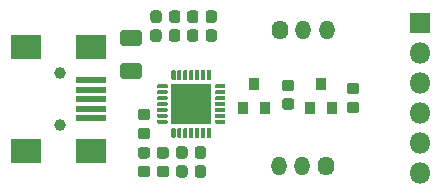
<source format=gbr>
G04 #@! TF.GenerationSoftware,KiCad,Pcbnew,(5.1.6)-1*
G04 #@! TF.CreationDate,2021-04-01T10:41:09+07:00*
G04 #@! TF.ProjectId,esp-avr-usb-converter,6573702d-6176-4722-9d75-73622d636f6e,rev?*
G04 #@! TF.SameCoordinates,Original*
G04 #@! TF.FileFunction,Soldermask,Top*
G04 #@! TF.FilePolarity,Negative*
%FSLAX46Y46*%
G04 Gerber Fmt 4.6, Leading zero omitted, Abs format (unit mm)*
G04 Created by KiCad (PCBNEW (5.1.6)-1) date 2021-04-01 10:41:09*
%MOMM*%
%LPD*%
G01*
G04 APERTURE LIST*
%ADD10R,2.600000X2.100000*%
%ADD11R,2.600000X0.600000*%
%ADD12C,1.000000*%
%ADD13R,1.800000X1.800000*%
%ADD14O,1.800000X1.800000*%
%ADD15R,0.900000X1.000000*%
%ADD16O,1.300000X1.624000*%
%ADD17O,1.400000X1.624000*%
%ADD18R,3.450000X3.450000*%
G04 APERTURE END LIST*
G04 #@! TO.C,C3*
G36*
G01*
X139981250Y-87412500D02*
X139418750Y-87412500D01*
G75*
G02*
X139175000Y-87168750I0J243750D01*
G01*
X139175000Y-86681250D01*
G75*
G02*
X139418750Y-86437500I243750J0D01*
G01*
X139981250Y-86437500D01*
G75*
G02*
X140225000Y-86681250I0J-243750D01*
G01*
X140225000Y-87168750D01*
G75*
G02*
X139981250Y-87412500I-243750J0D01*
G01*
G37*
G36*
G01*
X139981250Y-88987500D02*
X139418750Y-88987500D01*
G75*
G02*
X139175000Y-88743750I0J243750D01*
G01*
X139175000Y-88256250D01*
G75*
G02*
X139418750Y-88012500I243750J0D01*
G01*
X139981250Y-88012500D01*
G75*
G02*
X140225000Y-88256250I0J-243750D01*
G01*
X140225000Y-88743750D01*
G75*
G02*
X139981250Y-88987500I-243750J0D01*
G01*
G37*
G04 #@! TD*
G04 #@! TO.C,C4*
G36*
G01*
X127218750Y-92137500D02*
X127781250Y-92137500D01*
G75*
G02*
X128025000Y-92381250I0J-243750D01*
G01*
X128025000Y-92868750D01*
G75*
G02*
X127781250Y-93112500I-243750J0D01*
G01*
X127218750Y-93112500D01*
G75*
G02*
X126975000Y-92868750I0J243750D01*
G01*
X126975000Y-92381250D01*
G75*
G02*
X127218750Y-92137500I243750J0D01*
G01*
G37*
G36*
G01*
X127218750Y-93712500D02*
X127781250Y-93712500D01*
G75*
G02*
X128025000Y-93956250I0J-243750D01*
G01*
X128025000Y-94443750D01*
G75*
G02*
X127781250Y-94687500I-243750J0D01*
G01*
X127218750Y-94687500D01*
G75*
G02*
X126975000Y-94443750I0J243750D01*
G01*
X126975000Y-93956250D01*
G75*
G02*
X127218750Y-93712500I243750J0D01*
G01*
G37*
G04 #@! TD*
G04 #@! TO.C,C5*
G36*
G01*
X128818750Y-93712500D02*
X129381250Y-93712500D01*
G75*
G02*
X129625000Y-93956250I0J-243750D01*
G01*
X129625000Y-94443750D01*
G75*
G02*
X129381250Y-94687500I-243750J0D01*
G01*
X128818750Y-94687500D01*
G75*
G02*
X128575000Y-94443750I0J243750D01*
G01*
X128575000Y-93956250D01*
G75*
G02*
X128818750Y-93712500I243750J0D01*
G01*
G37*
G36*
G01*
X128818750Y-92137500D02*
X129381250Y-92137500D01*
G75*
G02*
X129625000Y-92381250I0J-243750D01*
G01*
X129625000Y-92868750D01*
G75*
G02*
X129381250Y-93112500I-243750J0D01*
G01*
X128818750Y-93112500D01*
G75*
G02*
X128575000Y-92868750I0J243750D01*
G01*
X128575000Y-92381250D01*
G75*
G02*
X128818750Y-92137500I243750J0D01*
G01*
G37*
G04 #@! TD*
G04 #@! TO.C,C6*
G36*
G01*
X127781250Y-91462500D02*
X127218750Y-91462500D01*
G75*
G02*
X126975000Y-91218750I0J243750D01*
G01*
X126975000Y-90731250D01*
G75*
G02*
X127218750Y-90487500I243750J0D01*
G01*
X127781250Y-90487500D01*
G75*
G02*
X128025000Y-90731250I0J-243750D01*
G01*
X128025000Y-91218750D01*
G75*
G02*
X127781250Y-91462500I-243750J0D01*
G01*
G37*
G36*
G01*
X127781250Y-89887500D02*
X127218750Y-89887500D01*
G75*
G02*
X126975000Y-89643750I0J243750D01*
G01*
X126975000Y-89156250D01*
G75*
G02*
X127218750Y-88912500I243750J0D01*
G01*
X127781250Y-88912500D01*
G75*
G02*
X128025000Y-89156250I0J-243750D01*
G01*
X128025000Y-89643750D01*
G75*
G02*
X127781250Y-89887500I-243750J0D01*
G01*
G37*
G04 #@! TD*
G04 #@! TO.C,D1*
G36*
G01*
X144918750Y-88287500D02*
X145481250Y-88287500D01*
G75*
G02*
X145725000Y-88531250I0J-243750D01*
G01*
X145725000Y-89018750D01*
G75*
G02*
X145481250Y-89262500I-243750J0D01*
G01*
X144918750Y-89262500D01*
G75*
G02*
X144675000Y-89018750I0J243750D01*
G01*
X144675000Y-88531250D01*
G75*
G02*
X144918750Y-88287500I243750J0D01*
G01*
G37*
G36*
G01*
X144918750Y-86712500D02*
X145481250Y-86712500D01*
G75*
G02*
X145725000Y-86956250I0J-243750D01*
G01*
X145725000Y-87443750D01*
G75*
G02*
X145481250Y-87687500I-243750J0D01*
G01*
X144918750Y-87687500D01*
G75*
G02*
X144675000Y-87443750I0J243750D01*
G01*
X144675000Y-86956250D01*
G75*
G02*
X144918750Y-86712500I243750J0D01*
G01*
G37*
G04 #@! TD*
G04 #@! TO.C,D3*
G36*
G01*
X130587500Y-80818750D02*
X130587500Y-81381250D01*
G75*
G02*
X130343750Y-81625000I-243750J0D01*
G01*
X129856250Y-81625000D01*
G75*
G02*
X129612500Y-81381250I0J243750D01*
G01*
X129612500Y-80818750D01*
G75*
G02*
X129856250Y-80575000I243750J0D01*
G01*
X130343750Y-80575000D01*
G75*
G02*
X130587500Y-80818750I0J-243750D01*
G01*
G37*
G36*
G01*
X129012500Y-80818750D02*
X129012500Y-81381250D01*
G75*
G02*
X128768750Y-81625000I-243750J0D01*
G01*
X128281250Y-81625000D01*
G75*
G02*
X128037500Y-81381250I0J243750D01*
G01*
X128037500Y-80818750D01*
G75*
G02*
X128281250Y-80575000I243750J0D01*
G01*
X128768750Y-80575000D01*
G75*
G02*
X129012500Y-80818750I0J-243750D01*
G01*
G37*
G04 #@! TD*
G04 #@! TO.C,D4*
G36*
G01*
X129000000Y-82418750D02*
X129000000Y-82981250D01*
G75*
G02*
X128756250Y-83225000I-243750J0D01*
G01*
X128268750Y-83225000D01*
G75*
G02*
X128025000Y-82981250I0J243750D01*
G01*
X128025000Y-82418750D01*
G75*
G02*
X128268750Y-82175000I243750J0D01*
G01*
X128756250Y-82175000D01*
G75*
G02*
X129000000Y-82418750I0J-243750D01*
G01*
G37*
G36*
G01*
X130575000Y-82418750D02*
X130575000Y-82981250D01*
G75*
G02*
X130331250Y-83225000I-243750J0D01*
G01*
X129843750Y-83225000D01*
G75*
G02*
X129600000Y-82981250I0J243750D01*
G01*
X129600000Y-82418750D01*
G75*
G02*
X129843750Y-82175000I243750J0D01*
G01*
X130331250Y-82175000D01*
G75*
G02*
X130575000Y-82418750I0J-243750D01*
G01*
G37*
G04 #@! TD*
D10*
G04 #@! TO.C,J1*
X117500000Y-83700000D03*
X117500000Y-92500000D03*
X123000000Y-83700000D03*
X123000000Y-92500000D03*
D11*
X123000000Y-86500000D03*
X123000000Y-87300000D03*
X123000000Y-88100000D03*
X123000000Y-88900000D03*
X123000000Y-89700000D03*
D12*
X120400000Y-85900000D03*
X120400000Y-90300000D03*
G04 #@! TD*
D13*
G04 #@! TO.C,J2*
X150900000Y-81600000D03*
D14*
X150900000Y-84140000D03*
X150900000Y-86680000D03*
X150900000Y-89220000D03*
X150900000Y-91760000D03*
X150900000Y-94300000D03*
G04 #@! TD*
D15*
G04 #@! TO.C,Q1*
X142500000Y-86800000D03*
X143450000Y-88800000D03*
X141550000Y-88800000D03*
G04 #@! TD*
G04 #@! TO.C,Q2*
X135850000Y-88800000D03*
X137750000Y-88800000D03*
X136800000Y-86800000D03*
G04 #@! TD*
G04 #@! TO.C,R5*
G36*
G01*
X130212500Y-92881250D02*
X130212500Y-92318750D01*
G75*
G02*
X130456250Y-92075000I243750J0D01*
G01*
X130943750Y-92075000D01*
G75*
G02*
X131187500Y-92318750I0J-243750D01*
G01*
X131187500Y-92881250D01*
G75*
G02*
X130943750Y-93125000I-243750J0D01*
G01*
X130456250Y-93125000D01*
G75*
G02*
X130212500Y-92881250I0J243750D01*
G01*
G37*
G36*
G01*
X131787500Y-92881250D02*
X131787500Y-92318750D01*
G75*
G02*
X132031250Y-92075000I243750J0D01*
G01*
X132518750Y-92075000D01*
G75*
G02*
X132762500Y-92318750I0J-243750D01*
G01*
X132762500Y-92881250D01*
G75*
G02*
X132518750Y-93125000I-243750J0D01*
G01*
X132031250Y-93125000D01*
G75*
G02*
X131787500Y-92881250I0J243750D01*
G01*
G37*
G04 #@! TD*
G04 #@! TO.C,R6*
G36*
G01*
X131187500Y-93918750D02*
X131187500Y-94481250D01*
G75*
G02*
X130943750Y-94725000I-243750J0D01*
G01*
X130456250Y-94725000D01*
G75*
G02*
X130212500Y-94481250I0J243750D01*
G01*
X130212500Y-93918750D01*
G75*
G02*
X130456250Y-93675000I243750J0D01*
G01*
X130943750Y-93675000D01*
G75*
G02*
X131187500Y-93918750I0J-243750D01*
G01*
G37*
G36*
G01*
X132762500Y-93918750D02*
X132762500Y-94481250D01*
G75*
G02*
X132518750Y-94725000I-243750J0D01*
G01*
X132031250Y-94725000D01*
G75*
G02*
X131787500Y-94481250I0J243750D01*
G01*
X131787500Y-93918750D01*
G75*
G02*
X132031250Y-93675000I243750J0D01*
G01*
X132518750Y-93675000D01*
G75*
G02*
X132762500Y-93918750I0J-243750D01*
G01*
G37*
G04 #@! TD*
G04 #@! TO.C,R7*
G36*
G01*
X131137500Y-81381250D02*
X131137500Y-80818750D01*
G75*
G02*
X131381250Y-80575000I243750J0D01*
G01*
X131868750Y-80575000D01*
G75*
G02*
X132112500Y-80818750I0J-243750D01*
G01*
X132112500Y-81381250D01*
G75*
G02*
X131868750Y-81625000I-243750J0D01*
G01*
X131381250Y-81625000D01*
G75*
G02*
X131137500Y-81381250I0J243750D01*
G01*
G37*
G36*
G01*
X132712500Y-81381250D02*
X132712500Y-80818750D01*
G75*
G02*
X132956250Y-80575000I243750J0D01*
G01*
X133443750Y-80575000D01*
G75*
G02*
X133687500Y-80818750I0J-243750D01*
G01*
X133687500Y-81381250D01*
G75*
G02*
X133443750Y-81625000I-243750J0D01*
G01*
X132956250Y-81625000D01*
G75*
G02*
X132712500Y-81381250I0J243750D01*
G01*
G37*
G04 #@! TD*
G04 #@! TO.C,R8*
G36*
G01*
X132712500Y-82981250D02*
X132712500Y-82418750D01*
G75*
G02*
X132956250Y-82175000I243750J0D01*
G01*
X133443750Y-82175000D01*
G75*
G02*
X133687500Y-82418750I0J-243750D01*
G01*
X133687500Y-82981250D01*
G75*
G02*
X133443750Y-83225000I-243750J0D01*
G01*
X132956250Y-83225000D01*
G75*
G02*
X132712500Y-82981250I0J243750D01*
G01*
G37*
G36*
G01*
X131137500Y-82981250D02*
X131137500Y-82418750D01*
G75*
G02*
X131381250Y-82175000I243750J0D01*
G01*
X131868750Y-82175000D01*
G75*
G02*
X132112500Y-82418750I0J-243750D01*
G01*
X132112500Y-82981250D01*
G75*
G02*
X131868750Y-83225000I-243750J0D01*
G01*
X131381250Y-83225000D01*
G75*
G02*
X131137500Y-82981250I0J243750D01*
G01*
G37*
G04 #@! TD*
D16*
G04 #@! TO.C,SW1*
X140900000Y-93700000D03*
D17*
X142900000Y-93700000D03*
D16*
X138900000Y-93700000D03*
G04 #@! TD*
G04 #@! TO.C,SW2*
X143000000Y-82200000D03*
D17*
X139000000Y-82200000D03*
D16*
X141000000Y-82200000D03*
G04 #@! TD*
G04 #@! TO.C,U2*
G36*
G01*
X128600000Y-87087500D02*
X128600000Y-86912500D01*
G75*
G02*
X128687500Y-86825000I87500J0D01*
G01*
X129412500Y-86825000D01*
G75*
G02*
X129500000Y-86912500I0J-87500D01*
G01*
X129500000Y-87087500D01*
G75*
G02*
X129412500Y-87175000I-87500J0D01*
G01*
X128687500Y-87175000D01*
G75*
G02*
X128600000Y-87087500I0J87500D01*
G01*
G37*
G36*
G01*
X128600000Y-87587500D02*
X128600000Y-87412500D01*
G75*
G02*
X128687500Y-87325000I87500J0D01*
G01*
X129412500Y-87325000D01*
G75*
G02*
X129500000Y-87412500I0J-87500D01*
G01*
X129500000Y-87587500D01*
G75*
G02*
X129412500Y-87675000I-87500J0D01*
G01*
X128687500Y-87675000D01*
G75*
G02*
X128600000Y-87587500I0J87500D01*
G01*
G37*
G36*
G01*
X128600000Y-88087500D02*
X128600000Y-87912500D01*
G75*
G02*
X128687500Y-87825000I87500J0D01*
G01*
X129412500Y-87825000D01*
G75*
G02*
X129500000Y-87912500I0J-87500D01*
G01*
X129500000Y-88087500D01*
G75*
G02*
X129412500Y-88175000I-87500J0D01*
G01*
X128687500Y-88175000D01*
G75*
G02*
X128600000Y-88087500I0J87500D01*
G01*
G37*
G36*
G01*
X128600000Y-88587500D02*
X128600000Y-88412500D01*
G75*
G02*
X128687500Y-88325000I87500J0D01*
G01*
X129412500Y-88325000D01*
G75*
G02*
X129500000Y-88412500I0J-87500D01*
G01*
X129500000Y-88587500D01*
G75*
G02*
X129412500Y-88675000I-87500J0D01*
G01*
X128687500Y-88675000D01*
G75*
G02*
X128600000Y-88587500I0J87500D01*
G01*
G37*
G36*
G01*
X128600000Y-89087500D02*
X128600000Y-88912500D01*
G75*
G02*
X128687500Y-88825000I87500J0D01*
G01*
X129412500Y-88825000D01*
G75*
G02*
X129500000Y-88912500I0J-87500D01*
G01*
X129500000Y-89087500D01*
G75*
G02*
X129412500Y-89175000I-87500J0D01*
G01*
X128687500Y-89175000D01*
G75*
G02*
X128600000Y-89087500I0J87500D01*
G01*
G37*
G36*
G01*
X128600000Y-89587500D02*
X128600000Y-89412500D01*
G75*
G02*
X128687500Y-89325000I87500J0D01*
G01*
X129412500Y-89325000D01*
G75*
G02*
X129500000Y-89412500I0J-87500D01*
G01*
X129500000Y-89587500D01*
G75*
G02*
X129412500Y-89675000I-87500J0D01*
G01*
X128687500Y-89675000D01*
G75*
G02*
X128600000Y-89587500I0J87500D01*
G01*
G37*
G36*
G01*
X128600000Y-90087500D02*
X128600000Y-89912500D01*
G75*
G02*
X128687500Y-89825000I87500J0D01*
G01*
X129412500Y-89825000D01*
G75*
G02*
X129500000Y-89912500I0J-87500D01*
G01*
X129500000Y-90087500D01*
G75*
G02*
X129412500Y-90175000I-87500J0D01*
G01*
X128687500Y-90175000D01*
G75*
G02*
X128600000Y-90087500I0J87500D01*
G01*
G37*
G36*
G01*
X129825000Y-91312500D02*
X129825000Y-90587500D01*
G75*
G02*
X129912500Y-90500000I87500J0D01*
G01*
X130087500Y-90500000D01*
G75*
G02*
X130175000Y-90587500I0J-87500D01*
G01*
X130175000Y-91312500D01*
G75*
G02*
X130087500Y-91400000I-87500J0D01*
G01*
X129912500Y-91400000D01*
G75*
G02*
X129825000Y-91312500I0J87500D01*
G01*
G37*
G36*
G01*
X130325000Y-91312500D02*
X130325000Y-90587500D01*
G75*
G02*
X130412500Y-90500000I87500J0D01*
G01*
X130587500Y-90500000D01*
G75*
G02*
X130675000Y-90587500I0J-87500D01*
G01*
X130675000Y-91312500D01*
G75*
G02*
X130587500Y-91400000I-87500J0D01*
G01*
X130412500Y-91400000D01*
G75*
G02*
X130325000Y-91312500I0J87500D01*
G01*
G37*
G36*
G01*
X130825000Y-91312500D02*
X130825000Y-90587500D01*
G75*
G02*
X130912500Y-90500000I87500J0D01*
G01*
X131087500Y-90500000D01*
G75*
G02*
X131175000Y-90587500I0J-87500D01*
G01*
X131175000Y-91312500D01*
G75*
G02*
X131087500Y-91400000I-87500J0D01*
G01*
X130912500Y-91400000D01*
G75*
G02*
X130825000Y-91312500I0J87500D01*
G01*
G37*
G36*
G01*
X131325000Y-91312500D02*
X131325000Y-90587500D01*
G75*
G02*
X131412500Y-90500000I87500J0D01*
G01*
X131587500Y-90500000D01*
G75*
G02*
X131675000Y-90587500I0J-87500D01*
G01*
X131675000Y-91312500D01*
G75*
G02*
X131587500Y-91400000I-87500J0D01*
G01*
X131412500Y-91400000D01*
G75*
G02*
X131325000Y-91312500I0J87500D01*
G01*
G37*
G36*
G01*
X131825000Y-91312500D02*
X131825000Y-90587500D01*
G75*
G02*
X131912500Y-90500000I87500J0D01*
G01*
X132087500Y-90500000D01*
G75*
G02*
X132175000Y-90587500I0J-87500D01*
G01*
X132175000Y-91312500D01*
G75*
G02*
X132087500Y-91400000I-87500J0D01*
G01*
X131912500Y-91400000D01*
G75*
G02*
X131825000Y-91312500I0J87500D01*
G01*
G37*
G36*
G01*
X132325000Y-91312500D02*
X132325000Y-90587500D01*
G75*
G02*
X132412500Y-90500000I87500J0D01*
G01*
X132587500Y-90500000D01*
G75*
G02*
X132675000Y-90587500I0J-87500D01*
G01*
X132675000Y-91312500D01*
G75*
G02*
X132587500Y-91400000I-87500J0D01*
G01*
X132412500Y-91400000D01*
G75*
G02*
X132325000Y-91312500I0J87500D01*
G01*
G37*
G36*
G01*
X132825000Y-91312500D02*
X132825000Y-90587500D01*
G75*
G02*
X132912500Y-90500000I87500J0D01*
G01*
X133087500Y-90500000D01*
G75*
G02*
X133175000Y-90587500I0J-87500D01*
G01*
X133175000Y-91312500D01*
G75*
G02*
X133087500Y-91400000I-87500J0D01*
G01*
X132912500Y-91400000D01*
G75*
G02*
X132825000Y-91312500I0J87500D01*
G01*
G37*
G36*
G01*
X133500000Y-90087500D02*
X133500000Y-89912500D01*
G75*
G02*
X133587500Y-89825000I87500J0D01*
G01*
X134312500Y-89825000D01*
G75*
G02*
X134400000Y-89912500I0J-87500D01*
G01*
X134400000Y-90087500D01*
G75*
G02*
X134312500Y-90175000I-87500J0D01*
G01*
X133587500Y-90175000D01*
G75*
G02*
X133500000Y-90087500I0J87500D01*
G01*
G37*
G36*
G01*
X133500000Y-89587500D02*
X133500000Y-89412500D01*
G75*
G02*
X133587500Y-89325000I87500J0D01*
G01*
X134312500Y-89325000D01*
G75*
G02*
X134400000Y-89412500I0J-87500D01*
G01*
X134400000Y-89587500D01*
G75*
G02*
X134312500Y-89675000I-87500J0D01*
G01*
X133587500Y-89675000D01*
G75*
G02*
X133500000Y-89587500I0J87500D01*
G01*
G37*
G36*
G01*
X133500000Y-89087500D02*
X133500000Y-88912500D01*
G75*
G02*
X133587500Y-88825000I87500J0D01*
G01*
X134312500Y-88825000D01*
G75*
G02*
X134400000Y-88912500I0J-87500D01*
G01*
X134400000Y-89087500D01*
G75*
G02*
X134312500Y-89175000I-87500J0D01*
G01*
X133587500Y-89175000D01*
G75*
G02*
X133500000Y-89087500I0J87500D01*
G01*
G37*
G36*
G01*
X133500000Y-88587500D02*
X133500000Y-88412500D01*
G75*
G02*
X133587500Y-88325000I87500J0D01*
G01*
X134312500Y-88325000D01*
G75*
G02*
X134400000Y-88412500I0J-87500D01*
G01*
X134400000Y-88587500D01*
G75*
G02*
X134312500Y-88675000I-87500J0D01*
G01*
X133587500Y-88675000D01*
G75*
G02*
X133500000Y-88587500I0J87500D01*
G01*
G37*
G36*
G01*
X133500000Y-88087500D02*
X133500000Y-87912500D01*
G75*
G02*
X133587500Y-87825000I87500J0D01*
G01*
X134312500Y-87825000D01*
G75*
G02*
X134400000Y-87912500I0J-87500D01*
G01*
X134400000Y-88087500D01*
G75*
G02*
X134312500Y-88175000I-87500J0D01*
G01*
X133587500Y-88175000D01*
G75*
G02*
X133500000Y-88087500I0J87500D01*
G01*
G37*
G36*
G01*
X133500000Y-87587500D02*
X133500000Y-87412500D01*
G75*
G02*
X133587500Y-87325000I87500J0D01*
G01*
X134312500Y-87325000D01*
G75*
G02*
X134400000Y-87412500I0J-87500D01*
G01*
X134400000Y-87587500D01*
G75*
G02*
X134312500Y-87675000I-87500J0D01*
G01*
X133587500Y-87675000D01*
G75*
G02*
X133500000Y-87587500I0J87500D01*
G01*
G37*
G36*
G01*
X133500000Y-87087500D02*
X133500000Y-86912500D01*
G75*
G02*
X133587500Y-86825000I87500J0D01*
G01*
X134312500Y-86825000D01*
G75*
G02*
X134400000Y-86912500I0J-87500D01*
G01*
X134400000Y-87087500D01*
G75*
G02*
X134312500Y-87175000I-87500J0D01*
G01*
X133587500Y-87175000D01*
G75*
G02*
X133500000Y-87087500I0J87500D01*
G01*
G37*
G36*
G01*
X132825000Y-86412500D02*
X132825000Y-85687500D01*
G75*
G02*
X132912500Y-85600000I87500J0D01*
G01*
X133087500Y-85600000D01*
G75*
G02*
X133175000Y-85687500I0J-87500D01*
G01*
X133175000Y-86412500D01*
G75*
G02*
X133087500Y-86500000I-87500J0D01*
G01*
X132912500Y-86500000D01*
G75*
G02*
X132825000Y-86412500I0J87500D01*
G01*
G37*
G36*
G01*
X132325000Y-86412500D02*
X132325000Y-85687500D01*
G75*
G02*
X132412500Y-85600000I87500J0D01*
G01*
X132587500Y-85600000D01*
G75*
G02*
X132675000Y-85687500I0J-87500D01*
G01*
X132675000Y-86412500D01*
G75*
G02*
X132587500Y-86500000I-87500J0D01*
G01*
X132412500Y-86500000D01*
G75*
G02*
X132325000Y-86412500I0J87500D01*
G01*
G37*
G36*
G01*
X131825000Y-86412500D02*
X131825000Y-85687500D01*
G75*
G02*
X131912500Y-85600000I87500J0D01*
G01*
X132087500Y-85600000D01*
G75*
G02*
X132175000Y-85687500I0J-87500D01*
G01*
X132175000Y-86412500D01*
G75*
G02*
X132087500Y-86500000I-87500J0D01*
G01*
X131912500Y-86500000D01*
G75*
G02*
X131825000Y-86412500I0J87500D01*
G01*
G37*
G36*
G01*
X131325000Y-86412500D02*
X131325000Y-85687500D01*
G75*
G02*
X131412500Y-85600000I87500J0D01*
G01*
X131587500Y-85600000D01*
G75*
G02*
X131675000Y-85687500I0J-87500D01*
G01*
X131675000Y-86412500D01*
G75*
G02*
X131587500Y-86500000I-87500J0D01*
G01*
X131412500Y-86500000D01*
G75*
G02*
X131325000Y-86412500I0J87500D01*
G01*
G37*
G36*
G01*
X130825000Y-86412500D02*
X130825000Y-85687500D01*
G75*
G02*
X130912500Y-85600000I87500J0D01*
G01*
X131087500Y-85600000D01*
G75*
G02*
X131175000Y-85687500I0J-87500D01*
G01*
X131175000Y-86412500D01*
G75*
G02*
X131087500Y-86500000I-87500J0D01*
G01*
X130912500Y-86500000D01*
G75*
G02*
X130825000Y-86412500I0J87500D01*
G01*
G37*
G36*
G01*
X130325000Y-86412500D02*
X130325000Y-85687500D01*
G75*
G02*
X130412500Y-85600000I87500J0D01*
G01*
X130587500Y-85600000D01*
G75*
G02*
X130675000Y-85687500I0J-87500D01*
G01*
X130675000Y-86412500D01*
G75*
G02*
X130587500Y-86500000I-87500J0D01*
G01*
X130412500Y-86500000D01*
G75*
G02*
X130325000Y-86412500I0J87500D01*
G01*
G37*
G36*
G01*
X129825000Y-86412500D02*
X129825000Y-85687500D01*
G75*
G02*
X129912500Y-85600000I87500J0D01*
G01*
X130087500Y-85600000D01*
G75*
G02*
X130175000Y-85687500I0J-87500D01*
G01*
X130175000Y-86412500D01*
G75*
G02*
X130087500Y-86500000I-87500J0D01*
G01*
X129912500Y-86500000D01*
G75*
G02*
X129825000Y-86412500I0J87500D01*
G01*
G37*
D18*
X131500000Y-88500000D03*
G04 #@! TD*
G04 #@! TO.C,F2*
G36*
G01*
X125745000Y-82225000D02*
X127055000Y-82225000D01*
G75*
G02*
X127325000Y-82495000I0J-270000D01*
G01*
X127325000Y-83305000D01*
G75*
G02*
X127055000Y-83575000I-270000J0D01*
G01*
X125745000Y-83575000D01*
G75*
G02*
X125475000Y-83305000I0J270000D01*
G01*
X125475000Y-82495000D01*
G75*
G02*
X125745000Y-82225000I270000J0D01*
G01*
G37*
G36*
G01*
X125745000Y-85025000D02*
X127055000Y-85025000D01*
G75*
G02*
X127325000Y-85295000I0J-270000D01*
G01*
X127325000Y-86105000D01*
G75*
G02*
X127055000Y-86375000I-270000J0D01*
G01*
X125745000Y-86375000D01*
G75*
G02*
X125475000Y-86105000I0J270000D01*
G01*
X125475000Y-85295000D01*
G75*
G02*
X125745000Y-85025000I270000J0D01*
G01*
G37*
G04 #@! TD*
M02*

</source>
